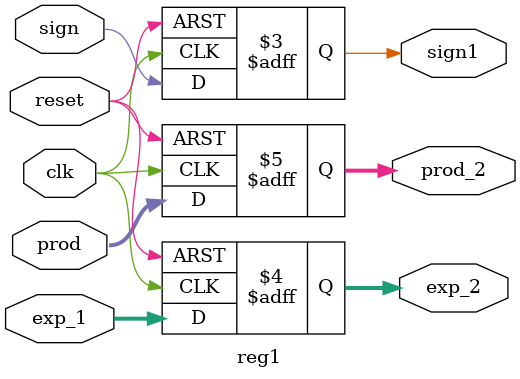
<source format=v>
module reg1 (sign,exp_1,prod,clk,reset,sign1,exp_2,prod_2);
input sign,clk,reset;
input [8:0]exp_1;
input [47:0]prod;
output reg sign1;
output reg [8:0]exp_2;
output reg [47:0]prod_2;

always@ (posedge clk or negedge reset)
begin
		if (!reset)
		begin
				sign1 <= 0;
				exp_2 <= 0;
				prod_2 <= 0;
		end
		
	else
		begin
				sign1 <= sign;
				exp_2 <= exp_1;
				prod_2 <= prod;
		end
end
endmodule

</source>
